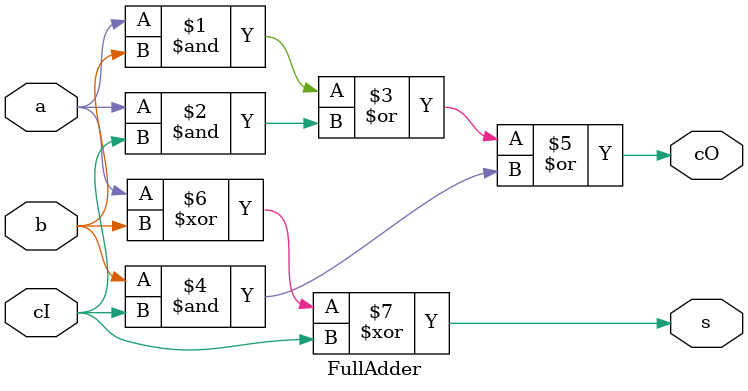
<source format=v>
module FullAdder  
(
	output cO, s,
	input a, b, cI
	);
	

assign cO = (a & b) | (a & cI) | ( b & cI);
assign s = a ^ b ^ cI;

endmodule 
</source>
